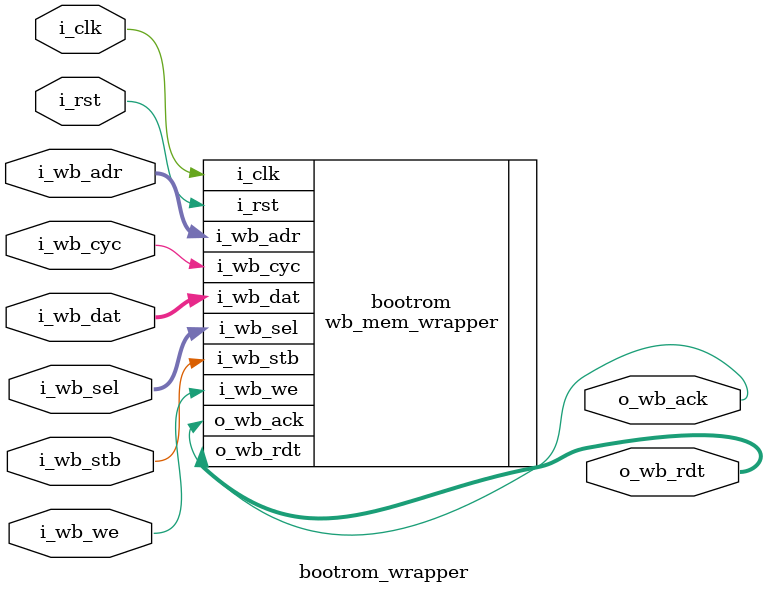
<source format=v>
`timescale 1ns / 1ps


module bootrom_wrapper(
   input wire 			     i_clk,
   input wire 			     i_rst,
   input wire [31:0] i_wb_adr,
   input wire [31:0] 		     i_wb_dat,
   input wire [3:0] 		     i_wb_sel,
   input wire 			     i_wb_we ,
   input wire 			     i_wb_cyc,
   input wire 			     i_wb_stb,
   output wire 			     o_wb_ack,
   output wire [31:0] 		     o_wb_rdt);
    
    
   wb_mem_wrapper bootrom
     (.i_clk    (i_clk),
      .i_rst    (i_rst),
      .i_wb_adr (i_wb_adr),
      .i_wb_dat (i_wb_dat),
      .i_wb_sel (i_wb_sel),
      .i_wb_we  (i_wb_we),
      .i_wb_cyc (i_wb_cyc),
      .i_wb_stb (i_wb_stb),
      .o_wb_rdt (o_wb_rdt),
      .o_wb_ack (o_wb_ack));    
endmodule

</source>
